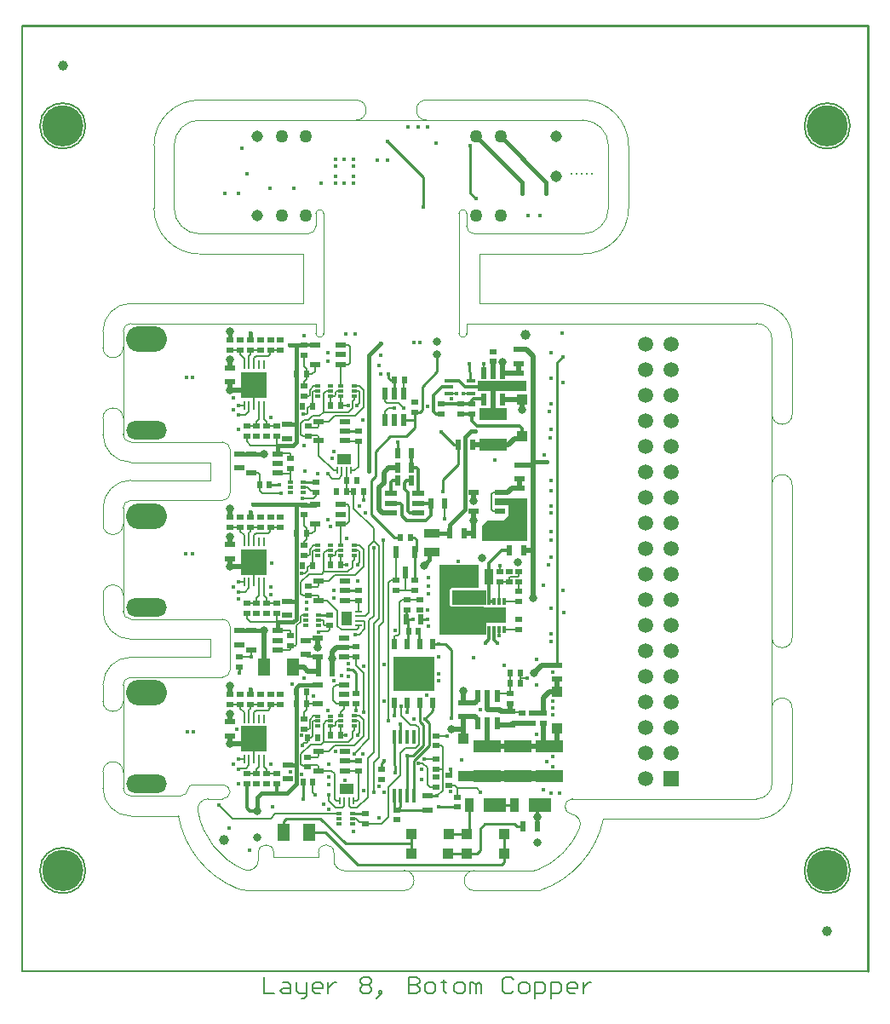
<source format=gbl>
G04*
G04 #@! TF.GenerationSoftware,Altium Limited,Altium Designer,18.1.9 (240)*
G04*
G04 Layer_Physical_Order=8*
G04 Layer_Color=16711935*
%FSLAX25Y25*%
%MOIN*%
G70*
G01*
G75*
%ADD10C,0.01000*%
%ADD13C,0.00118*%
%ADD14C,0.00504*%
%ADD15C,0.00158*%
%ADD16C,0.00787*%
%ADD17R,0.02362X0.03937*%
%ADD18R,0.03740X0.06102*%
%ADD27R,0.02953X0.01968*%
%ADD30R,0.04331X0.04331*%
%ADD44R,0.01968X0.02953*%
%ADD45R,0.03937X0.02362*%
%ADD47R,0.06102X0.03740*%
%ADD48R,0.10630X0.04528*%
%ADD49C,0.00799*%
%ADD86C,0.15787*%
%ADD94C,0.03937*%
%ADD95C,0.00984*%
%ADD96C,0.01181*%
%ADD98C,0.01575*%
%ADD100C,0.00591*%
%ADD102C,0.03937*%
%ADD103C,0.01968*%
%ADD104C,0.01772*%
%ADD110C,0.05000*%
%ADD111R,0.05906X0.05906*%
%ADD112C,0.05906*%
%ADD113C,0.04500*%
%ADD114O,0.16000X0.10000*%
%ADD115O,0.16000X0.07200*%
%ADD116C,0.03150*%
%ADD117C,0.01772*%
%ADD118C,0.01181*%
%ADD122R,0.08661X0.05512*%
%ADD123R,0.03543X0.05512*%
%ADD124R,0.05000X0.07000*%
%ADD125R,0.01181X0.02657*%
%ADD126R,0.09449X0.06496*%
%ADD127R,0.02362X0.04921*%
%ADD128R,0.03347X0.01378*%
%ADD129R,0.05315X0.03937*%
%ADD130R,0.00984X0.02756*%
%ADD131R,0.10433X0.10433*%
%ADD132R,0.00984X0.03347*%
%ADD133R,0.01968X0.01181*%
%ADD134R,0.01968X0.04331*%
%ADD135R,0.16142X0.13780*%
%ADD136R,0.01772X0.05709*%
%ADD137R,0.02756X0.00984*%
%ADD138R,0.03937X0.05315*%
%ADD139R,0.04331X0.04331*%
%ADD140R,0.02362X0.05118*%
%ADD141R,0.04724X0.07087*%
%ADD142R,0.03937X0.02362*%
%ADD143R,0.04921X0.02362*%
%ADD144C,0.01378*%
G36*
X181431Y143077D02*
X168144D01*
Y148667D01*
X181431D01*
Y143077D01*
D02*
G37*
G36*
X178479Y149651D02*
X167750D01*
X167160Y149061D01*
Y142762D01*
X167750Y142171D01*
X179758D01*
X181431Y142073D01*
Y131443D01*
X163223D01*
Y158510D01*
X178479D01*
Y149651D01*
D02*
G37*
G36*
X179735Y168044D02*
Y173732D01*
X181921Y175918D01*
X188250D01*
X190219Y177887D01*
Y181768D01*
X190274Y181824D01*
X184853D01*
Y184580D01*
X197451D01*
Y168044D01*
X179735D01*
D02*
G37*
G36*
X178357Y230557D02*
Y226538D01*
X178374Y226521D01*
X197057D01*
Y230557D01*
X178357D01*
D02*
G37*
D10*
X130621Y61265D02*
X134458D01*
X183558Y138923D02*
X184581D01*
X180644Y136009D02*
X183558Y138923D01*
X180644Y133411D02*
Y136009D01*
X155817Y137315D02*
X158701D01*
X156900Y298510D02*
Y310281D01*
X209262Y119336D02*
Y235163D01*
X150561Y100915D02*
Y104658D01*
X150305Y137315D02*
X152865D01*
X155561Y97132D02*
X156802Y95892D01*
Y87880D02*
Y95892D01*
X153022Y84100D02*
X156802Y87880D01*
X150502Y84100D02*
X153022D01*
X155561Y97132D02*
Y104658D01*
X157392Y98372D02*
X159065Y96699D01*
Y87840D02*
Y96699D01*
X153061Y81836D02*
X159065Y87840D01*
X145778Y77348D02*
Y80065D01*
X109754Y66915D02*
Y73766D01*
X167038Y76266D02*
X167431Y76659D01*
Y78687D01*
X184853Y64514D02*
X192481D01*
X166644Y45754D02*
X173829D01*
X146762Y202309D02*
Y206541D01*
X168863Y205655D02*
X170581D01*
X163942Y210577D02*
X168863Y205655D01*
X150502Y68172D02*
Y84100D01*
X153061Y68172D02*
Y81836D01*
X157392Y98372D02*
X160561Y101541D01*
Y104658D01*
Y127532D02*
X162707D01*
X165535D01*
X167727Y125340D01*
Y98470D02*
Y125340D01*
X140463Y78687D02*
Y81049D01*
X141447Y82033D01*
X162805Y63825D02*
X170187D01*
X155621Y218451D02*
X156605Y219435D01*
X153553Y218451D02*
X155621D01*
X145483Y230852D02*
X145581Y230754D01*
Y225734D02*
Y230754D01*
X149321Y215301D02*
X153455D01*
X151880Y169336D02*
X153357D01*
X154046Y168648D01*
Y164081D02*
Y168648D01*
X153652Y163687D02*
X154046Y164081D01*
X153652Y152506D02*
Y163687D01*
X150305Y140695D02*
X150601Y140990D01*
X150305Y137315D02*
Y140695D01*
X96664Y189809D02*
X100699D01*
X127668Y117565D02*
X129341D01*
X130621Y116285D01*
Y108214D02*
Y116285D01*
X147943Y91400D02*
Y96403D01*
X145561Y99556D02*
Y104658D01*
X145384Y80458D02*
Y91400D01*
X150305Y137315D02*
X150798Y136823D01*
Y132886D02*
Y136823D01*
Y132886D02*
X151093Y132591D01*
X150798Y132296D02*
X151093Y132591D01*
X150798Y127768D02*
Y132296D01*
X150561Y127532D02*
X150798Y127768D01*
X84853Y116187D02*
Y118746D01*
X129046Y61250D02*
X130621D01*
X126264Y81822D02*
X131408D01*
X126264Y148463D02*
X131408D01*
X109853Y190892D02*
X112921D01*
Y190892D02*
X114889D01*
X126264Y210873D02*
X131408D01*
X146664Y62759D02*
X146762Y62660D01*
X146664Y62759D02*
X147943Y64038D01*
X145384D02*
X146664Y62759D01*
X175109Y231148D02*
Y233805D01*
Y231148D02*
X175502Y230754D01*
X145384Y64038D02*
Y68172D01*
X147943Y64038D02*
Y68172D01*
X115990Y138923D02*
X120286D01*
X158573Y68155D02*
X162313D01*
X153553Y212151D02*
Y218451D01*
X150306Y208904D02*
X153553Y212151D01*
X144007Y208904D02*
X150306D01*
X138101Y202998D02*
X144007Y208904D01*
X145384Y169336D02*
X147943D01*
X136526Y178195D02*
Y191581D01*
X138101Y193155D01*
Y202998D01*
X136526Y178195D02*
X145384Y169336D01*
X170581Y198077D02*
Y205655D01*
X164479Y191974D02*
X170581Y198077D01*
X164479Y187348D02*
Y191974D01*
X145384Y80458D02*
X145778Y80065D01*
X174912Y234199D02*
Y237447D01*
X143317Y231581D02*
Y233313D01*
Y231581D02*
X144046Y230852D01*
X145483D01*
X188396Y45754D02*
Y53234D01*
X173829Y45754D02*
X177865D01*
X179046Y46935D01*
Y55179D01*
X181038Y57171D01*
X188396Y45754D02*
Y48903D01*
X181038Y57171D02*
X192589D01*
X193376Y56384D01*
X195975D01*
X166743Y53234D02*
X173829D01*
X174813Y54218D01*
Y62683D02*
Y64514D01*
X142924Y324258D02*
X156900Y310281D01*
X175109Y304120D02*
Y322683D01*
Y304120D02*
X177372Y301856D01*
X156605Y219435D02*
Y228432D01*
X162344Y234171D01*
Y240891D01*
X126021Y126489D02*
X130621D01*
X174813Y54218D02*
Y62683D01*
X146762Y62660D02*
X158573D01*
X174715Y234199D02*
X175109Y233805D01*
X0Y369767D02*
X330709D01*
Y-311D02*
Y369767D01*
D13*
X322854Y39026D02*
G03*
X322854Y39026I-7894J0D01*
G01*
X23642D02*
G03*
X23642Y39026I-7894J0D01*
G01*
Y330365D02*
G03*
X23642Y330365I-7894J0D01*
G01*
X69337Y332640D02*
G03*
X59337Y322640I0J-10000D01*
G01*
X130544Y332640D02*
G03*
X130544Y340514I0J3937D01*
G01*
X158130D02*
G03*
X158130Y332640I0J-3937D01*
G01*
X31501Y243643D02*
G03*
X39375Y243643I3937J0D01*
G01*
Y216057D02*
G03*
X31501Y216057I-3937J0D01*
G01*
X39375Y146837D02*
G03*
X31501Y146837I-3937J0D01*
G01*
Y174423D02*
G03*
X39375Y174423I3937J0D01*
G01*
Y77617D02*
G03*
X31501Y77617I-3937J0D01*
G01*
Y105203D02*
G03*
X39375Y105203I3937J0D01*
G01*
X301229Y189965D02*
G03*
X293355Y189965I-3937J0D01*
G01*
Y217550D02*
G03*
X301229Y217550I3937J0D01*
G01*
Y102560D02*
G03*
X293355Y102560I-3937J0D01*
G01*
Y130145D02*
G03*
X301229Y130145I3937J0D01*
G01*
X176885Y39059D02*
G03*
X176885Y31185I0J-3937D01*
G01*
X149299D02*
G03*
X149299Y39059I0J3937D01*
G01*
X322859Y330398D02*
G03*
X322859Y330398I-7894J0D01*
G01*
X23646D02*
G03*
X23646Y330398I-7894J0D01*
G01*
X293355Y247055D02*
G03*
X287355Y253055I-6000J0D01*
G01*
Y67055D02*
G03*
X293355Y73055I0J6000D01*
G01*
X215337Y67055D02*
G03*
X215093Y67045I0J-3000D01*
G01*
X42375Y253055D02*
G03*
X39375Y250055I0J-3000D01*
G01*
Y209645D02*
G03*
X42375Y206645I3000J0D01*
G01*
X59337Y298140D02*
G03*
X69337Y288140I10000J0D01*
G01*
X111837D02*
G03*
X114837Y291140I0J3000D01*
G01*
X173837Y296140D02*
G03*
X170837Y296140I-1500J0D01*
G01*
X173837Y291140D02*
G03*
X176837Y288140I3000J-0D01*
G01*
X229337Y322640D02*
G03*
X219337Y332640I-10000J0D01*
G01*
X117837Y296140D02*
G03*
X114837Y296140I-1500J0D01*
G01*
X69337Y332640D02*
G03*
X59337Y322640I0J-10000D01*
G01*
X219337Y288140D02*
G03*
X229337Y298140I-0J10000D01*
G01*
X98337Y46055D02*
G03*
X92337Y46055I-3000J0D01*
G01*
X86799Y39362D02*
G03*
X92337Y43055I1539J3692D01*
G01*
X68694Y62439D02*
G03*
X86799Y39362I29643J4615D01*
G01*
X72646Y67055D02*
G03*
X68694Y62439I0J-4000D01*
G01*
X78337Y67055D02*
G03*
X81328Y69825I0J3000D01*
G01*
D02*
G03*
X78337Y72595I-2991J-230D01*
G01*
X170837Y249118D02*
G03*
X173837Y249118I1500J0D01*
G01*
X214932Y67027D02*
G03*
X214921Y61084I405J-2973D01*
G01*
X81337Y134425D02*
G03*
X78337Y137425I-3000J0D01*
G01*
Y183835D02*
G03*
X81337Y186835I0J3000D01*
G01*
X78337Y114615D02*
G03*
X81337Y117615I0J3000D01*
G01*
Y203645D02*
G03*
X78337Y206645I-3000J0D01*
G01*
X200347Y39059D02*
G03*
X201887Y39367I0J4000D01*
G01*
X121837Y43059D02*
G03*
X125837Y39059I4000J0D01*
G01*
X218062Y55595D02*
G03*
X214921Y61084I-3697J1528D01*
G01*
X201887Y39367D02*
G03*
X218062Y55595I-11550J27688D01*
G01*
X121837Y46055D02*
G03*
X115837Y46055I-3000J0D01*
G01*
X114837Y249118D02*
G03*
X117837Y249118I1500J0D01*
G01*
X66809Y72595D02*
G03*
X64854Y70855I0J-1969D01*
G01*
X61875Y68205D02*
G03*
X64854Y70855I0J3000D01*
G01*
X39375Y71205D02*
G03*
X42375Y68205I3000J0D01*
G01*
Y114615D02*
G03*
X39375Y111615I0J-3000D01*
G01*
X42375Y183835D02*
G03*
X39375Y180835I0J-3000D01*
G01*
Y140425D02*
G03*
X42375Y137425I3000J0D01*
G01*
X51463Y298140D02*
G03*
X69337Y280266I17874J0D01*
G01*
Y340514D02*
G03*
X51463Y322640I0J-17874D01*
G01*
X237211D02*
G03*
X219337Y340514I-17874J0D01*
G01*
Y280266D02*
G03*
X237211Y298140I-0J17874D01*
G01*
X42375Y260929D02*
G03*
X31501Y250055I0J-10874D01*
G01*
Y209645D02*
G03*
X42375Y198771I10874J0D01*
G01*
Y191709D02*
G03*
X31501Y180835I0J-10874D01*
G01*
Y140425D02*
G03*
X42375Y129551I10874J0D01*
G01*
Y122489D02*
G03*
X31501Y111615I0J-10874D01*
G01*
Y71205D02*
G03*
X42375Y60331I10874J0D01*
G01*
X61065D02*
G03*
X83770Y32094I37272J6724D01*
G01*
X83770Y32094D02*
G03*
X88650Y31185I4567J10961D01*
G01*
X202494Y31185D02*
G03*
X227384Y59181I-12157J35870D01*
G01*
X287355D02*
G03*
X301229Y73055I0J13874D01*
G01*
Y247055D02*
G03*
X287355Y260929I-13874J0D01*
G01*
X59337Y322640D02*
X59337D01*
X238236Y67055D02*
X287355D01*
X238236Y253055D02*
X287355D01*
X293355Y73055D02*
Y102570D01*
X215337Y67055D02*
X223132D01*
X215093Y253055D02*
X223132D01*
X78214Y72595D02*
X78227D01*
X78214Y114615D02*
X78227D01*
X78214Y137425D02*
X78227D01*
X78214Y183835D02*
X78227D01*
X78214Y206645D02*
X78227D01*
X78214Y253055D02*
X114837D01*
X117837Y251874D02*
Y252679D01*
X170837Y251874D02*
Y252679D01*
X173837Y253055D02*
X215093D01*
X214932Y67027D02*
X215093Y67045D01*
X70871Y114615D02*
X72649D01*
X70871Y72595D02*
X72649D01*
X170837Y292867D02*
Y292873D01*
X117837Y292867D02*
Y292873D01*
X170837Y284827D02*
Y292867D01*
X117837Y284827D02*
Y292867D01*
X72649Y72595D02*
X78214D01*
X72649Y114615D02*
X78214D01*
X70871Y137425D02*
X72649D01*
X70871Y183835D02*
X72649D01*
X70871Y253055D02*
X72649D01*
X70871Y206645D02*
X72649D01*
Y137425D02*
X78214D01*
X72649Y183835D02*
X78214D01*
X170837Y257368D02*
Y262504D01*
X117837Y257368D02*
Y262504D01*
X233133Y67055D02*
X238236D01*
X223132Y253055D02*
X238236D01*
X72649Y206645D02*
X78214D01*
X72649Y253055D02*
X78214D01*
X117837Y252679D02*
Y257368D01*
X170837Y252679D02*
Y257368D01*
Y267194D02*
Y284827D01*
X117837Y267194D02*
Y284827D01*
Y262504D02*
Y267194D01*
X170837Y262504D02*
Y267194D01*
X42375Y253055D02*
X70871D01*
X42375Y206645D02*
X70871D01*
X223132Y67055D02*
X233133D01*
X173837Y291140D02*
Y296140D01*
X170837Y292873D02*
Y296140D01*
X69337Y288140D02*
X111837D01*
X59337Y298140D02*
Y322640D01*
X114837Y291140D02*
Y296140D01*
X117837Y292873D02*
Y296140D01*
X69337Y332641D02*
X130553D01*
X229337Y298140D02*
Y322640D01*
X176837Y288140D02*
X219337D01*
X92337Y43055D02*
Y46055D01*
X72646Y67055D02*
X78337D01*
X78227Y72595D02*
X78337D01*
X78227Y114615D02*
X78337D01*
X170837Y249118D02*
Y251874D01*
X173837Y249118D02*
Y253055D01*
X115837Y44413D02*
Y46055D01*
X98337Y44413D02*
X115837D01*
X98337D02*
Y46055D01*
X78227Y206645D02*
X78337D01*
X78227Y253055D02*
X114837Y253055D01*
X81337Y117615D02*
Y134425D01*
X78227Y137425D02*
X78337D01*
X78227Y183835D02*
X78337D01*
X125837Y39059D02*
X149312D01*
X114837Y249118D02*
Y253055D01*
X81337Y186835D02*
Y203645D01*
X117837Y249118D02*
Y251874D01*
X121837Y43059D02*
Y46055D01*
X42375Y114615D02*
X70871D01*
X66809Y72595D02*
X70871D01*
X42375Y68205D02*
X61875D01*
X39375Y71205D02*
Y77617D01*
X42375Y183835D02*
X70871D01*
X42375Y137425D02*
X70871D01*
X39375Y140425D02*
Y146837D01*
X69337Y280266D02*
X109963D01*
X51463Y298140D02*
Y322640D01*
X69337Y340514D02*
X130544D01*
X237211Y298140D02*
Y322640D01*
X178711Y280266D02*
X219337D01*
X109963Y260929D02*
Y280266D01*
X178711Y260929D02*
Y280266D01*
X42375Y260929D02*
X109963D01*
X31501Y209645D02*
Y216064D01*
X42375Y198771D02*
X73463D01*
Y191709D02*
Y198771D01*
X42375Y191709D02*
X73463D01*
X31501Y140425D02*
Y146844D01*
X42375Y129551D02*
X73463D01*
Y122489D02*
Y129551D01*
X42375Y122489D02*
X73463D01*
X31501Y71205D02*
Y77624D01*
X42375Y60331D02*
X61065D01*
X88024Y31185D02*
X149299D01*
X227384Y59181D02*
X287355D01*
X301229Y73055D02*
Y102560D01*
X178711Y260929D02*
X287355D01*
X117837Y262504D02*
Y267194D01*
X293355Y217540D02*
Y247055D01*
Y130135D02*
Y189975D01*
X176872Y39059D02*
X200347D01*
X31501Y105196D02*
Y111615D01*
Y174416D02*
Y180835D01*
Y243636D02*
Y250055D01*
X158121Y332641D02*
X219337D01*
X39375Y174423D02*
Y180835D01*
Y243643D02*
Y250055D01*
Y105203D02*
Y111615D01*
X176885Y31185D02*
X202494D01*
X158130Y340514D02*
X219337D01*
X301229Y217550D02*
Y247055D01*
Y130145D02*
Y189965D01*
X39375Y209645D02*
Y216057D01*
D14*
X0Y-312D02*
X330709D01*
X0Y-311D02*
Y369768D01*
D15*
X215337Y67055D02*
G03*
X215093Y67045I0J-3000D01*
G01*
X218062Y55595D02*
G03*
X214921Y61084I-3697J1528D01*
G01*
X201887Y39367D02*
G03*
X218062Y55595I-11550J27688D01*
G01*
X200347Y39059D02*
G03*
X201887Y39367I0J4000D01*
G01*
X121837Y43059D02*
G03*
X125837Y39059I4000J0D01*
G01*
X121837Y46055D02*
G03*
X115837Y46055I-3000J0D01*
G01*
X98337D02*
G03*
X92337Y46055I-3000J0D01*
G01*
X86799Y39362D02*
G03*
X92337Y43055I1539J3692D01*
G01*
X68694Y62439D02*
G03*
X86799Y39362I29643J4615D01*
G01*
X72646Y67055D02*
G03*
X68694Y62439I0J-4000D01*
G01*
X78337Y67055D02*
G03*
X81328Y69825I0J3000D01*
G01*
D02*
G03*
X78337Y72595I-2991J-230D01*
G01*
Y114615D02*
G03*
X81337Y117615I0J3000D01*
G01*
Y134425D02*
G03*
X78337Y137425I-3000J0D01*
G01*
Y183835D02*
G03*
X81337Y186835I0J3000D01*
G01*
Y203645D02*
G03*
X78337Y206645I-3000J0D01*
G01*
X114837Y249118D02*
G03*
X117837Y249118I1500J0D01*
G01*
X170837D02*
G03*
X173837Y249118I1500J0D01*
G01*
X215093Y67045D02*
G03*
X214921Y61084I244J-2990D01*
G01*
X39375Y71205D02*
G03*
X42375Y68205I3000J0D01*
G01*
Y114615D02*
G03*
X39375Y111615I0J-3000D01*
G01*
X66809Y72595D02*
G03*
X64854Y70855I0J-1969D01*
G01*
X61875Y68205D02*
G03*
X64854Y70855I0J3000D01*
G01*
X117837Y296140D02*
G03*
X114837Y296140I-1500J0D01*
G01*
X111837Y288140D02*
G03*
X114837Y291140I0J3000D01*
G01*
X229337Y322640D02*
G03*
X219337Y332640I-10000J0D01*
G01*
X173837Y291140D02*
G03*
X176837Y288140I3000J0D01*
G01*
X173837Y296140D02*
G03*
X170837Y296140I-1500J0D01*
G01*
X59337Y298140D02*
G03*
X69337Y288140I10000J0D01*
G01*
Y332640D02*
G03*
X59337Y322640I0J-10000D01*
G01*
X219337Y288140D02*
G03*
X229337Y298140I0J10000D01*
G01*
X42375Y183835D02*
G03*
X39375Y180835I0J-3000D01*
G01*
Y140425D02*
G03*
X42375Y137425I3000J0D01*
G01*
X39375Y209645D02*
G03*
X42375Y206645I3000J0D01*
G01*
Y253055D02*
G03*
X39375Y250055I0J-3000D01*
G01*
X293355Y247055D02*
G03*
X287355Y253055I-6000J0D01*
G01*
Y67055D02*
G03*
X293355Y73055I0J6000D01*
G01*
X215337Y67055D02*
X223132D01*
X215093Y253055D02*
X223132D01*
X125837Y39059D02*
X200347D01*
X121837Y43059D02*
Y46055D01*
X115837Y44413D02*
Y46055D01*
X98337Y44413D02*
X115837D01*
X98337D02*
Y46055D01*
X92337Y43055D02*
Y46055D01*
X72646Y67055D02*
X78337D01*
X78214Y72595D02*
X78337D01*
X78214Y114615D02*
X78337D01*
X81337Y117615D02*
Y134425D01*
X78214Y137425D02*
X78337D01*
X78214Y183835D02*
X78337D01*
X81337Y186835D02*
Y203645D01*
X78214Y206645D02*
X78337D01*
X78214Y253055D02*
X114837D01*
Y249118D02*
Y253055D01*
X117837Y249118D02*
Y252679D01*
X170837Y249118D02*
Y252679D01*
X173837Y249118D02*
Y253055D01*
X215093D01*
X42375Y68205D02*
X61875D01*
X39375Y71205D02*
Y111615D01*
X42375Y114615D02*
X72649D01*
X66809Y72595D02*
X72649D01*
X114837Y291140D02*
Y296140D01*
X69337Y288140D02*
X111837D01*
X69337Y332640D02*
X219337D01*
X229337Y298140D02*
Y322640D01*
X173837Y291140D02*
Y296140D01*
X170837Y292867D02*
Y296140D01*
X59337Y298140D02*
Y322640D01*
X117837Y292867D02*
Y296140D01*
X176837Y288140D02*
X219337D01*
X42375Y183835D02*
X72649D01*
X39375Y140425D02*
Y180835D01*
X42375Y137425D02*
X72649D01*
X42375Y253055D02*
X72649D01*
X42375Y206645D02*
X72649D01*
Y137425D02*
X78214D01*
X72649Y183835D02*
X78214D01*
X170837Y252679D02*
Y257368D01*
X117837Y252679D02*
Y257368D01*
X72649Y206645D02*
X78214D01*
X72649Y253055D02*
X78214D01*
X72649Y72595D02*
X78214D01*
X72649Y114615D02*
X78214D01*
X170837Y257368D02*
Y262504D01*
X117837Y257368D02*
Y262504D01*
X170837Y284827D02*
Y292867D01*
X117837Y284827D02*
Y292867D01*
X170837Y267194D02*
Y284827D01*
X117837Y267194D02*
Y284827D01*
X293355Y73055D02*
Y247055D01*
X223132Y253055D02*
X287355D01*
X223132Y67055D02*
X287355D01*
X117837Y262504D02*
Y267194D01*
X170837Y262504D02*
Y267194D01*
X39375Y209645D02*
Y250055D01*
D16*
X110148Y244533D02*
X110172Y244558D01*
X107180Y244533D02*
X107195D01*
X107156Y244558D02*
X107180Y244533D01*
X111132Y104163D02*
Y108805D01*
X137412Y135675D02*
X139380Y137644D01*
X137412Y85281D02*
Y135675D01*
X135247Y83116D02*
X137412Y85281D01*
X139458Y134572D02*
X141152Y136266D01*
X139458Y83263D02*
Y134572D01*
X137510Y81315D02*
X139458Y83263D01*
X148042Y99789D02*
Y103234D01*
Y99789D02*
X151739Y96092D01*
X143219Y71640D02*
X147943Y76364D01*
Y85084D01*
X149754Y86896D01*
X153750D01*
X155227Y88372D01*
Y94868D01*
X154002Y96092D02*
X155227Y94868D01*
X151739Y96092D02*
X154002D01*
X169163Y72329D02*
X170187Y71305D01*
X167038Y72329D02*
X169163D01*
X170187Y67762D02*
Y71305D01*
X177767D01*
X179341Y69730D01*
X127643Y244558D02*
X128258Y243943D01*
Y237693D02*
Y243943D01*
X127643Y237077D02*
X128258Y237693D01*
X158376Y72781D02*
Y79179D01*
X159459Y71699D02*
X161920D01*
X156605Y80951D02*
X158376Y79179D01*
Y72781D02*
X159459Y71699D01*
X155030Y80951D02*
X156605D01*
X125010Y158707D02*
X126880D01*
X124617Y221010D02*
X127372D01*
X194794Y114366D02*
X197500D01*
X194794D02*
Y116384D01*
Y112348D02*
Y114366D01*
X165266Y176522D02*
Y182722D01*
X143317Y97584D02*
Y151718D01*
X144105Y152506D01*
X141152Y136266D02*
Y168155D01*
X139380Y137644D02*
Y166081D01*
X113691Y69533D02*
X114479Y68746D01*
X113691Y69533D02*
Y73766D01*
X164479Y70321D02*
Y87151D01*
X163790Y87840D02*
X164479Y87151D01*
X161920Y87840D02*
X163790D01*
X149321Y230754D02*
X149420Y230852D01*
X149321Y225734D02*
Y230754D01*
X149912Y148569D02*
Y155695D01*
Y148569D02*
X153652D01*
X146172D02*
X149912D01*
X146172Y152506D02*
Y163687D01*
X144105Y152506D02*
X146172D01*
X147550Y131738D02*
Y143943D01*
X148534Y144927D01*
X150601D01*
X155621D01*
X146861Y131049D02*
X147550Y131738D01*
X145975Y131049D02*
X146861D01*
X145561Y130636D02*
X145975Y131049D01*
X145561Y127532D02*
Y130636D01*
X93711Y186758D02*
X101290D01*
X92727Y187742D02*
X93711Y186758D01*
X92727Y187742D02*
Y189809D01*
Y193943D01*
X92137Y194533D02*
X92727Y193943D01*
X89676Y194533D02*
X92137D01*
X133573Y184100D02*
Y187348D01*
X109476Y184789D02*
X114005D01*
X114889Y185673D01*
Y186955D01*
X109262Y155458D02*
X110648D01*
X111624Y156435D01*
Y157624D01*
X112305Y158305D01*
X113593D01*
X115955Y132624D02*
X119687D01*
X120286Y133222D01*
Y134986D01*
X134164Y57329D02*
X134458D01*
X134458Y57328D01*
X133573Y101112D02*
Y116187D01*
X130621Y119140D02*
X133573Y116187D01*
X130621Y119140D02*
Y122552D01*
X130030Y121961D02*
X130621Y122552D01*
X122943Y104188D02*
X125913D01*
X121664Y105467D02*
X122943Y104188D01*
X121664Y105467D02*
Y110478D01*
X122854Y111668D01*
X125913D01*
X137510Y69533D02*
Y81315D01*
X135247Y67762D02*
Y83116D01*
X127159Y182148D02*
X127865Y181443D01*
Y175537D02*
Y181443D01*
X126995Y174668D02*
X127865Y175537D01*
X124633Y174668D02*
X126995D01*
X124633Y182148D02*
X127159D01*
X133499Y91605D02*
Y97839D01*
X129735Y87840D02*
X133499Y91605D01*
X122073Y87840D02*
X129735D01*
X131408Y66991D02*
Y77885D01*
X131014Y63529D02*
X131014D01*
X128553D02*
X131014D01*
X120679Y221010D02*
Y224553D01*
Y220321D02*
Y221010D01*
Y92073D02*
Y95502D01*
Y91269D02*
Y92073D01*
X124617Y221010D02*
Y224608D01*
Y220321D02*
Y221010D01*
Y92073D02*
Y95557D01*
Y91269D02*
Y92073D01*
X120679Y158707D02*
Y162144D01*
Y157911D02*
Y158707D01*
X120991Y78081D02*
X122254Y76817D01*
X116027Y78081D02*
X120991D01*
X122254Y66966D02*
Y76817D01*
X116027Y201367D02*
Y207132D01*
X117924Y218451D02*
X127668D01*
X129181Y219964D01*
Y222621D01*
X129778Y223219D01*
Y224651D01*
X130128Y216974D02*
X133499Y220345D01*
X122156Y216974D02*
X130128D01*
X119794Y214612D02*
X122156Y216974D01*
X118793Y226620D02*
X120581D01*
X117924Y225751D02*
X118793Y226620D01*
X117924Y218451D02*
Y225751D01*
X130136Y154573D02*
X133499Y157936D01*
X122156Y154573D02*
X130136D01*
X119786Y152203D02*
X122156Y154573D01*
X116027Y152203D02*
X119786D01*
X118022Y155911D02*
Y163136D01*
X119097Y164210D01*
X120581D01*
X112101Y154966D02*
X117077D01*
X108967Y151833D02*
X112101Y154966D01*
X117077D02*
X118022Y155911D01*
X127235D01*
X129046Y157722D01*
Y159986D01*
X129778Y160719D01*
Y162242D01*
X124617Y158707D02*
Y162198D01*
X125913Y102227D02*
Y104188D01*
X124660Y100975D02*
X125913Y102227D01*
X124660Y99537D02*
Y100975D01*
X118991Y97470D02*
X120679D01*
X117924Y96403D02*
X118991Y97470D01*
X117924Y89317D02*
Y96403D01*
Y89317D02*
X127471D01*
X117022Y88415D02*
X117924Y89317D01*
X127471D02*
X129243Y91088D01*
Y93451D01*
X129778Y93986D01*
Y95600D01*
X119794Y85561D02*
X122073Y87840D01*
X95581Y76915D02*
X99518D01*
X95581D02*
Y78769D01*
X94597Y79754D02*
X95581Y78769D01*
X87707Y76915D02*
X91644D01*
Y78770D01*
X92628Y79754D01*
X131998Y57821D02*
X133966D01*
X130538Y59281D02*
X131998Y57821D01*
X129046Y59281D02*
X130538D01*
X112805Y187545D02*
X114299D01*
X111427Y188923D02*
X112805Y187545D01*
X109853Y188923D02*
X111427D01*
X114299Y187545D02*
X114889Y186955D01*
X104833Y190990D02*
Y194336D01*
Y196305D01*
X100108Y194336D02*
X104833D01*
X122550Y63529D02*
X125305D01*
X119892Y66187D02*
X122550Y63529D01*
X119892Y66187D02*
Y68746D01*
X125305Y63529D02*
X125995Y64218D01*
Y66414D01*
X92628Y79754D02*
Y82608D01*
X122254Y66966D02*
X122807Y66414D01*
X124223D01*
X131014Y63529D02*
X131998Y64514D01*
X113593Y157526D02*
Y158305D01*
X185739Y107132D02*
X186821Y108214D01*
X191349Y100832D02*
X195187D01*
X186821Y108214D02*
X190857D01*
Y101325D02*
X191349Y100832D01*
X195187D02*
X195384Y100636D01*
X108967Y147281D02*
Y151833D01*
X84459Y147970D02*
X87117D01*
X92628Y146502D02*
Y151907D01*
X91644Y145518D02*
X92628Y146502D01*
X91644Y143641D02*
Y145518D01*
X95581Y143641D02*
Y145616D01*
X94597Y146600D02*
X95581Y145616D01*
X94597Y146600D02*
Y151907D01*
X92628Y215695D02*
Y221108D01*
X91644Y214710D02*
X92628Y215695D01*
X91644Y212841D02*
Y214710D01*
X95581Y212841D02*
Y214710D01*
X94597Y215695D02*
X95581Y214710D01*
X94597Y215695D02*
Y221108D01*
X84459Y217171D02*
X87117D01*
X88691Y218745D01*
Y221108D01*
X104439Y125136D02*
X104833Y125529D01*
Y127104D01*
X116027Y144722D02*
X119113D01*
X89676Y194533D02*
X89676Y194533D01*
Y122675D02*
Y125332D01*
X89668Y122683D02*
X89676Y122675D01*
X84853Y122683D02*
X89668D01*
X121929Y195465D02*
X123239D01*
X128553D02*
X129846D01*
X126263Y207132D02*
X126459Y206936D01*
X116027Y201367D02*
X121929Y195465D01*
X129846D02*
X131408Y197027D01*
Y206936D01*
Y140293D02*
Y144526D01*
X129538Y66414D02*
X130831D01*
X131408Y66991D01*
X89183Y102392D02*
Y104065D01*
X88691Y101900D02*
X89183Y102392D01*
X88691Y98356D02*
Y101900D01*
X81318Y104065D02*
X85246D01*
Y102392D02*
Y104065D01*
Y102392D02*
X86723Y100915D01*
X96197Y101728D02*
X96961Y102492D01*
X91374Y101728D02*
X96197D01*
X111132Y102096D02*
Y104163D01*
X112376Y94684D02*
Y97908D01*
X111930Y94238D02*
X112376Y94684D01*
Y97908D02*
X114005Y99537D01*
X115463D01*
X113987Y97569D02*
X115463D01*
X113593Y97175D02*
X113987Y97569D01*
X110148Y101112D02*
X111132Y102096D01*
X108967Y80640D02*
X109754Y79852D01*
X111051D01*
X90660Y82608D02*
Y86545D01*
X88101Y93041D02*
X90660Y90482D01*
X126263Y78081D02*
X126459Y77885D01*
X131408D01*
X131802Y99537D02*
X133499Y97839D01*
X129778Y99537D02*
X131802D01*
X131900Y92943D02*
Y97077D01*
X131408Y97569D02*
X131900Y97077D01*
X124688Y78081D02*
X126263D01*
X122156Y95600D02*
X122648Y96092D01*
Y97077D01*
X123140Y97569D01*
X124660D01*
X124617Y95557D02*
X124660Y95600D01*
X120581Y95600D02*
X120679Y95502D01*
X116027Y85561D02*
X119794D01*
X115578Y83395D02*
X116027Y83845D01*
Y85561D01*
X115578Y80147D02*
X116027Y79698D01*
Y78081D02*
Y79698D01*
X129778Y97569D02*
X131408D01*
X90660Y98356D02*
Y101014D01*
X94597Y79754D02*
Y82608D01*
X90660Y101014D02*
X91374Y101728D01*
X86723Y98356D02*
Y100915D01*
X88691Y80246D02*
Y82608D01*
X87511Y79065D02*
X88691Y80246D01*
X111051Y83789D02*
X111445Y83395D01*
X91644Y212841D02*
Y212841D01*
X91645D01*
X87707D02*
X91644D01*
Y143640D02*
Y143641D01*
X91645D01*
X87707D02*
X91644D01*
X110148Y166851D02*
Y167754D01*
X87117Y147970D02*
X88691Y149545D01*
Y151907D01*
X84459D02*
X86723D01*
Y167655D02*
Y170214D01*
X90660Y170313D02*
X91374Y171027D01*
X95582Y143641D02*
X99519D01*
X90660Y167655D02*
Y170313D01*
X124633Y166206D02*
Y174668D01*
X129778Y164210D02*
X131408D01*
X116027Y144722D02*
Y146340D01*
X115578Y146789D02*
X116027Y146340D01*
X111051Y146494D02*
X111346Y146789D01*
X116027Y150486D02*
Y152203D01*
X115578Y150037D02*
X116027Y150486D01*
X99912Y125332D02*
X100108Y125136D01*
X104439D01*
X104833Y131041D02*
Y132616D01*
X104439Y133010D02*
X104833Y132616D01*
X100109Y133010D02*
X104439D01*
X99912Y132812D02*
X100109Y133010D01*
X120581Y162242D02*
X120679Y162144D01*
X124617Y162198D02*
X124660Y162242D01*
X123140Y164210D02*
X124660D01*
X122648Y163718D02*
X123140Y164210D01*
X122648Y162734D02*
Y163718D01*
X122156Y162242D02*
X122648Y162734D01*
X120581Y162242D02*
X122156D01*
X124688Y144722D02*
X126263D01*
X131408Y164210D02*
X131900Y163718D01*
Y159584D02*
Y163718D01*
X129778Y166179D02*
X131802D01*
X133499Y164481D01*
Y157936D02*
Y164481D01*
X126459Y144527D02*
X131408D01*
X126263Y144722D02*
X126459Y144527D01*
X88101Y162340D02*
X90660Y159781D01*
Y151907D02*
Y155844D01*
X109754Y146494D02*
X111051D01*
X108967Y147281D02*
X109754Y146494D01*
X89282Y136159D02*
X99912D01*
X87707Y137734D02*
X89282Y136159D01*
X87707Y137734D02*
Y139704D01*
X110148Y167754D02*
X111132Y168738D01*
X113593Y158305D02*
Y163817D01*
X113987Y164210D01*
X115463D01*
X109476Y162242D02*
X110148D01*
X111930D01*
X114005Y166179D02*
X115463D01*
X112376Y164550D02*
X114005Y166179D01*
X111930Y162242D02*
X112376Y162688D01*
Y164550D01*
X111132Y168738D02*
Y170805D01*
X110149Y173994D02*
X111132Y173010D01*
Y170805D02*
Y173010D01*
X110149Y173994D02*
Y178187D01*
X111132Y170805D02*
X113298D01*
X114397Y171905D01*
Y174668D01*
X91374Y171027D02*
X96197D01*
X96961Y171791D01*
X85246Y171691D02*
X86723Y170214D01*
X85246Y171691D02*
Y173365D01*
X81318D02*
X85246D01*
X99519Y136552D02*
X99912Y136159D01*
X99519Y136552D02*
Y139704D01*
X88691Y167655D02*
Y171199D01*
X89183Y171691D01*
Y173364D01*
Y240892D02*
Y242565D01*
X88691Y240400D02*
X89183Y240892D01*
X88691Y236856D02*
Y240400D01*
X99519Y205753D02*
Y208904D01*
Y205753D02*
X99912Y205360D01*
X81318Y242565D02*
X85246D01*
Y240892D02*
Y242565D01*
Y240892D02*
X86723Y239415D01*
X96197Y240228D02*
X96961Y240992D01*
X91374Y240228D02*
X96197D01*
X114397Y234314D02*
Y237077D01*
X113298Y233214D02*
X114397Y234314D01*
X111132Y233214D02*
X113298D01*
X110149Y236403D02*
Y240596D01*
X111132Y233214D02*
Y235419D01*
X110149Y236403D02*
X111132Y235419D01*
Y231148D02*
Y233214D01*
X112376Y225097D02*
Y226960D01*
X111930Y224651D02*
X112376Y225097D01*
Y226960D02*
X114005Y228588D01*
X115463D01*
X110148Y224651D02*
X111930D01*
X109476D02*
X110148D01*
X113987Y226620D02*
X115463D01*
X113593Y226226D02*
X113987Y226620D01*
X110148Y230163D02*
X111132Y231148D01*
X87707Y206934D02*
Y208904D01*
Y206934D02*
X89282Y205360D01*
X99912D01*
X108967Y209691D02*
X109754Y208903D01*
X111051D01*
X90660Y221108D02*
Y225045D01*
X126459Y206936D02*
X131408D01*
X130916Y221010D02*
X131900Y221994D01*
X133499Y220345D02*
Y226891D01*
X131802Y228589D02*
X133499Y226891D01*
X129778Y228589D02*
X131802D01*
X131900Y221994D02*
Y226128D01*
X131408Y226620D02*
X131900Y226128D01*
X124688Y207132D02*
X126263D01*
X120581Y224651D02*
X122156D01*
X122648Y225144D01*
Y226128D01*
X123140Y226620D01*
X124660D01*
X124617Y224608D02*
X124660Y224651D01*
X120581Y224651D02*
X120679Y224553D01*
X116027Y214612D02*
X119794D01*
X99912Y202013D02*
X100109Y202210D01*
X104439D01*
X104833Y201817D01*
Y200242D02*
Y201817D01*
X99912Y194533D02*
X100108Y194336D01*
X115578Y212447D02*
X116027Y212896D01*
Y214612D01*
X111051Y208903D02*
X111346Y209199D01*
X115578D02*
X116027Y208750D01*
Y207132D02*
Y208750D01*
X129778Y226620D02*
X131408D01*
X124633Y228615D02*
Y237077D01*
X90660Y236856D02*
Y239514D01*
X95582Y212841D02*
X99519D01*
X90660Y239514D02*
X91374Y240228D01*
X86723Y236856D02*
Y239415D01*
X110148Y229260D02*
Y230163D01*
X124633Y244558D02*
X127643D01*
X124633Y237077D02*
X127643D01*
X84460Y82608D02*
X86723D01*
X180424Y233707D02*
Y237447D01*
X183376Y186147D02*
X184172Y186942D01*
X186920D01*
X184164Y179462D02*
X186920D01*
X183376Y180249D02*
X184164Y179462D01*
X183376Y180249D02*
Y186147D01*
X186550Y130951D02*
Y133411D01*
Y144435D02*
Y151734D01*
X186829Y152014D01*
X190471D01*
X188518Y133411D02*
X194211D01*
X194113Y154376D02*
Y155951D01*
X193719Y153982D02*
X194113Y154376D01*
X190766Y153982D02*
X193719D01*
X190471Y153687D02*
X190766Y153982D01*
X190471Y152014D02*
Y153687D01*
X194113Y148372D02*
Y152014D01*
X188518Y144435D02*
X194113D01*
X186829Y155951D02*
Y158214D01*
X109361Y138923D02*
X110872D01*
X106892Y127104D02*
X107294Y127506D01*
X104833Y127104D02*
X106892D01*
X115990Y136955D02*
X117530D01*
X117825Y136659D01*
Y135380D02*
Y136659D01*
Y135380D02*
X118219Y134986D01*
X120286D01*
X123239Y134781D02*
Y140596D01*
X119113Y144722D02*
X123239Y140596D01*
Y134781D02*
X124707Y133313D01*
X130817D01*
X131408Y133903D01*
Y134978D01*
X110935Y129120D02*
X111428Y129612D01*
X115168D01*
X127766Y64317D02*
Y66414D01*
Y64317D02*
X128553Y63529D01*
X131408Y136749D02*
X133385D01*
X133869Y136266D01*
X129636Y187348D02*
X129636Y187348D01*
X126880Y187348D02*
X129636D01*
X130227Y131443D02*
X131802D01*
X133869Y133510D01*
Y136266D01*
X108770Y138332D02*
X109361Y138923D01*
X107294Y127506D02*
Y134888D01*
X108770Y136364D01*
Y138332D01*
X131014Y63529D02*
X135247Y67762D01*
X108967Y209691D02*
Y214103D01*
X110165Y215301D01*
X111920D01*
X113495Y216876D01*
X116349D01*
X117924Y218451D01*
X112215Y220714D02*
X113540D01*
X111571Y220071D02*
X112215Y220714D01*
X109754Y217565D02*
X111051D01*
X111571Y218085D01*
Y220071D01*
X162313Y68155D02*
X164479Y70321D01*
X131408Y138521D02*
X134155D01*
X129636Y180754D02*
Y187348D01*
X137412Y168049D02*
Y172978D01*
X129636Y180754D02*
X137412Y172978D01*
Y168049D02*
X139380Y166081D01*
X134155Y138521D02*
X135443Y139809D01*
Y166081D01*
X137412Y168049D01*
X111624Y91088D02*
X113002D01*
X113593Y91679D01*
Y97175D01*
X108967Y80640D02*
Y84592D01*
X112790Y88415D01*
X117022D01*
X111624Y89317D02*
Y91088D01*
X109459Y87939D02*
X110345Y88825D01*
X111132D01*
X111624Y89317D01*
X161329Y78687D02*
X161920D01*
X164479D01*
X84460Y221108D02*
X86723D01*
X88101Y231541D02*
X90660Y228982D01*
X110148Y94238D02*
X111930D01*
X124617Y92073D02*
X126585D01*
X126634Y92023D01*
X157211Y82624D02*
X161920D01*
X141841Y215301D02*
Y218648D01*
X143317Y220124D01*
X145679D01*
X161920Y91777D02*
X166349D01*
X141841Y222781D02*
X142530Y222092D01*
X141841Y222781D02*
Y225734D01*
X147201Y222092D02*
X149223Y220071D01*
X142530Y222092D02*
X147201D01*
X129735Y84691D02*
X135640Y90596D01*
Y136856D01*
X137412Y138628D01*
Y165203D01*
X134458Y57329D02*
X140424D01*
X143219Y60124D01*
Y71640D01*
X99032Y61250D02*
X123927D01*
X76782Y64651D02*
X82059Y59374D01*
X97156D01*
X99032Y61250D01*
X119400Y194413D02*
X121369Y192445D01*
X123927D01*
X125010Y193527D01*
Y195465D01*
X89479Y242565D02*
X93416D01*
X133966Y57821D02*
X134458Y57329D01*
X89479Y104065D02*
X93416D01*
X115168Y129612D02*
X115660Y130104D01*
X96961Y240992D02*
Y242582D01*
X100995D01*
X96961Y102492D02*
Y104082D01*
X100995D01*
X125896Y122624D02*
X130548D01*
X120581Y95600D02*
X122156D01*
X111051Y150431D02*
X111445Y150037D01*
X115578D01*
X84459Y79065D02*
X87511D01*
X111346Y146789D02*
X115578D01*
X111051Y212840D02*
X111445Y212447D01*
X115578D01*
X111445Y83395D02*
X115578D01*
X109476Y228588D02*
X110148Y229260D01*
Y98175D02*
Y101112D01*
X111132Y104163D02*
X115677D01*
X131067Y158752D02*
X131900Y159584D01*
X126782Y187447D02*
Y195465D01*
X111346Y209199D02*
X115578D01*
X111051Y79852D02*
X111346Y80147D01*
X115578D01*
X89479Y173365D02*
X93416D01*
X113593Y220714D02*
Y226226D01*
X190857Y108214D02*
Y116384D01*
X131071Y92114D02*
X131900Y92943D01*
X109476Y166179D02*
X110148Y166851D01*
X96961Y171791D02*
Y173381D01*
X100995D01*
X94500Y-2703D02*
Y-9000D01*
X98698D01*
X101847Y-4802D02*
X103946D01*
X104995Y-5851D01*
Y-9000D01*
X101847D01*
X100797Y-7950D01*
X101847Y-6901D01*
X104995D01*
X107094Y-4802D02*
Y-7950D01*
X108144Y-9000D01*
X111293D01*
Y-10050D01*
X110243Y-11099D01*
X109193D01*
X111293Y-9000D02*
Y-4802D01*
X116540Y-9000D02*
X114441D01*
X113391Y-7950D01*
Y-5851D01*
X114441Y-4802D01*
X116540D01*
X117590Y-5851D01*
Y-6901D01*
X113391D01*
X119689Y-4802D02*
Y-9000D01*
Y-6901D01*
X120738Y-5851D01*
X121788Y-4802D01*
X122837D01*
X132283Y-3752D02*
X133333Y-2703D01*
X135432D01*
X136481Y-3752D01*
Y-4802D01*
X135432Y-5851D01*
X136481Y-6901D01*
Y-7950D01*
X135432Y-9000D01*
X133333D01*
X132283Y-7950D01*
Y-6901D01*
X133333Y-5851D01*
X132283Y-4802D01*
Y-3752D01*
X133333Y-5851D02*
X135432D01*
X139630Y-10050D02*
X140679Y-9000D01*
Y-7950D01*
X139630D01*
Y-9000D01*
X140679D01*
X139630Y-10050D01*
X138580Y-11099D01*
X151174Y-2703D02*
Y-9000D01*
X154323D01*
X155373Y-7950D01*
Y-6901D01*
X154323Y-5851D01*
X151174D01*
X154323D01*
X155373Y-4802D01*
Y-3752D01*
X154323Y-2703D01*
X151174D01*
X158521Y-9000D02*
X160620D01*
X161670Y-7950D01*
Y-5851D01*
X160620Y-4802D01*
X158521D01*
X157472Y-5851D01*
Y-7950D01*
X158521Y-9000D01*
X164818Y-3752D02*
Y-4802D01*
X163769D01*
X165868D01*
X164818D01*
Y-7950D01*
X165868Y-9000D01*
X170066D02*
X172165D01*
X173215Y-7950D01*
Y-5851D01*
X172165Y-4802D01*
X170066D01*
X169017Y-5851D01*
Y-7950D01*
X170066Y-9000D01*
X175314D02*
Y-4802D01*
X176363D01*
X177413Y-5851D01*
Y-9000D01*
Y-5851D01*
X178462Y-4802D01*
X179512Y-5851D01*
Y-9000D01*
X192106Y-3752D02*
X191057Y-2703D01*
X188958D01*
X187908Y-3752D01*
Y-7950D01*
X188958Y-9000D01*
X191057D01*
X192106Y-7950D01*
X195255Y-9000D02*
X197354D01*
X198403Y-7950D01*
Y-5851D01*
X197354Y-4802D01*
X195255D01*
X194205Y-5851D01*
Y-7950D01*
X195255Y-9000D01*
X200502Y-11099D02*
Y-4802D01*
X203651D01*
X204700Y-5851D01*
Y-7950D01*
X203651Y-9000D01*
X200502D01*
X206800Y-11099D02*
Y-4802D01*
X209948D01*
X210998Y-5851D01*
Y-7950D01*
X209948Y-9000D01*
X206800D01*
X216245D02*
X214146D01*
X213097Y-7950D01*
Y-5851D01*
X214146Y-4802D01*
X216245D01*
X217295Y-5851D01*
Y-6901D01*
X213097D01*
X219394Y-4802D02*
Y-9000D01*
Y-6901D01*
X220443Y-5851D01*
X221493Y-4802D01*
X222543D01*
D17*
X159754Y182722D02*
D03*
X165266D02*
D03*
X152274Y191532D02*
D03*
X146762D02*
D03*
Y196502D02*
D03*
X152274D02*
D03*
X146762Y202309D02*
D03*
X152274D02*
D03*
X170581Y205655D02*
D03*
X176093D02*
D03*
X201487Y56384D02*
D03*
X195975D02*
D03*
X121270Y117014D02*
D03*
X115758D02*
D03*
X190660Y164317D02*
D03*
X196172D02*
D03*
X182195Y170899D02*
D03*
X176683D02*
D03*
X167235Y170813D02*
D03*
X172747D02*
D03*
X150305Y137315D02*
D03*
X155817D02*
D03*
D18*
X175510Y154081D02*
D03*
X182597D02*
D03*
D27*
X81318Y246502D02*
D03*
Y242565D02*
D03*
X85246Y242565D02*
D03*
Y246502D02*
D03*
X89183Y242565D02*
D03*
Y246502D02*
D03*
X93120D02*
D03*
Y242565D02*
D03*
X97057Y246502D02*
D03*
Y242565D02*
D03*
X100995D02*
D03*
Y246502D02*
D03*
X110148Y240596D02*
D03*
Y244533D02*
D03*
Y224651D02*
D03*
Y228588D02*
D03*
X87707Y208904D02*
D03*
Y212841D02*
D03*
X91645D02*
D03*
Y208904D02*
D03*
X95582Y212841D02*
D03*
Y208904D02*
D03*
X99519Y212841D02*
D03*
Y208904D02*
D03*
X104833Y196305D02*
D03*
Y200242D02*
D03*
X81318Y177302D02*
D03*
Y173365D02*
D03*
X85246D02*
D03*
Y177302D02*
D03*
X89183Y173364D02*
D03*
Y177301D02*
D03*
X93120Y177309D02*
D03*
Y173372D02*
D03*
X97057D02*
D03*
Y177309D02*
D03*
X100995D02*
D03*
Y173372D02*
D03*
X110149Y178187D02*
D03*
Y182124D02*
D03*
X110148Y162242D02*
D03*
Y166179D02*
D03*
X111723Y150439D02*
D03*
Y146502D02*
D03*
X87707Y139704D02*
D03*
Y143641D02*
D03*
X91645D02*
D03*
Y139704D02*
D03*
X95582Y143641D02*
D03*
Y139704D02*
D03*
X99519Y143641D02*
D03*
Y139704D02*
D03*
X104833Y127104D02*
D03*
Y131041D02*
D03*
X84853Y118746D02*
D03*
Y122683D02*
D03*
X81318Y108002D02*
D03*
Y104065D02*
D03*
X85246D02*
D03*
Y108002D02*
D03*
X89183Y104065D02*
D03*
Y108002D02*
D03*
X93120D02*
D03*
Y104065D02*
D03*
X97058Y104065D02*
D03*
Y108002D02*
D03*
X100995Y108002D02*
D03*
Y104065D02*
D03*
X110050Y94238D02*
D03*
Y98175D02*
D03*
X111526Y83411D02*
D03*
Y79474D02*
D03*
X131408Y77885D02*
D03*
Y81822D02*
D03*
X87707Y72978D02*
D03*
Y76915D02*
D03*
X91644D02*
D03*
Y72978D02*
D03*
X95581Y76915D02*
D03*
Y72978D02*
D03*
X99518Y76915D02*
D03*
Y72978D02*
D03*
X134164Y57329D02*
D03*
Y61266D02*
D03*
X146664Y62759D02*
D03*
Y58822D02*
D03*
X140463Y78687D02*
D03*
Y74750D02*
D03*
X130621Y108214D02*
D03*
Y104277D02*
D03*
X130621Y122552D02*
D03*
Y126489D02*
D03*
X120286Y134986D02*
D03*
Y138923D02*
D03*
X131408Y144527D02*
D03*
Y148463D02*
D03*
X146172Y152506D02*
D03*
Y148569D02*
D03*
X153652Y152506D02*
D03*
Y148569D02*
D03*
X150601Y144927D02*
D03*
Y140990D02*
D03*
X155621Y144927D02*
D03*
Y140990D02*
D03*
X114889Y186955D02*
D03*
Y190892D02*
D03*
X111723Y212840D02*
D03*
Y208903D02*
D03*
X131408Y206936D02*
D03*
Y210873D02*
D03*
X184164Y238136D02*
D03*
Y242073D02*
D03*
X175798Y217565D02*
D03*
Y221502D02*
D03*
X171565D02*
D03*
Y217565D02*
D03*
X163979Y221502D02*
D03*
Y217565D02*
D03*
X153553Y218451D02*
D03*
Y222388D02*
D03*
X186829Y152014D02*
D03*
Y155951D02*
D03*
X190471Y152014D02*
D03*
Y155951D02*
D03*
X194113D02*
D03*
Y152014D02*
D03*
Y144435D02*
D03*
Y148372D02*
D03*
X194211Y133411D02*
D03*
Y137348D02*
D03*
X190857Y104277D02*
D03*
Y108214D02*
D03*
X195384Y100636D02*
D03*
Y96699D02*
D03*
X199617Y100636D02*
D03*
Y96699D02*
D03*
X203750D02*
D03*
Y100636D02*
D03*
X161920Y91777D02*
D03*
Y87840D02*
D03*
Y78687D02*
D03*
Y82624D02*
D03*
Y75636D02*
D03*
Y71699D02*
D03*
X167038Y72329D02*
D03*
Y76266D02*
D03*
X170187Y67762D02*
D03*
Y63825D02*
D03*
D30*
X166644Y45754D02*
D03*
X152077D02*
D03*
X152176Y53234D02*
D03*
X166743D02*
D03*
X188396D02*
D03*
X173829D02*
D03*
X173829Y45754D02*
D03*
X188396D02*
D03*
D44*
X145483Y230852D02*
D03*
X149420D02*
D03*
X107195Y233214D02*
D03*
X111132D02*
D03*
X109602Y220714D02*
D03*
X113540D02*
D03*
X120679Y221010D02*
D03*
X124617D02*
D03*
X96664Y189809D02*
D03*
X92727D02*
D03*
X107195Y170805D02*
D03*
X111132D02*
D03*
X109656Y158305D02*
D03*
X113593D02*
D03*
X120679Y158707D02*
D03*
X124617D02*
D03*
X111132Y108805D02*
D03*
X107195D02*
D03*
Y104163D02*
D03*
X111132D02*
D03*
X115561Y91088D02*
D03*
X111624D02*
D03*
X120679Y92073D02*
D03*
X124617D02*
D03*
X109754Y73766D02*
D03*
X113691D02*
D03*
X151093Y132591D02*
D03*
X155030D02*
D03*
X126782Y187447D02*
D03*
X122845D02*
D03*
X126782Y191532D02*
D03*
X130719D02*
D03*
X129636Y187348D02*
D03*
X133573D02*
D03*
X151880Y169336D02*
D03*
X147943D02*
D03*
X194794Y116384D02*
D03*
X190857D02*
D03*
X194794Y112348D02*
D03*
X190857D02*
D03*
D45*
X172648Y99258D02*
D03*
Y104770D02*
D03*
X110935Y129120D02*
D03*
Y123608D02*
D03*
X81309Y235675D02*
D03*
Y230163D02*
D03*
X103652Y208117D02*
D03*
Y213629D02*
D03*
X84951Y196502D02*
D03*
Y202014D02*
D03*
X81309Y166474D02*
D03*
Y160962D02*
D03*
X103652Y138916D02*
D03*
Y144428D02*
D03*
X84951Y127301D02*
D03*
Y132812D02*
D03*
X81309Y97175D02*
D03*
Y91663D02*
D03*
X103750Y74947D02*
D03*
Y80458D02*
D03*
X158573Y62644D02*
D03*
Y68155D02*
D03*
X194105Y237348D02*
D03*
Y242860D02*
D03*
Y228195D02*
D03*
Y233707D02*
D03*
X194498Y192158D02*
D03*
Y197670D02*
D03*
Y183202D02*
D03*
Y188714D02*
D03*
X190857Y101325D02*
D03*
Y95813D02*
D03*
X209262Y113825D02*
D03*
Y119336D02*
D03*
D47*
X174526Y138923D02*
D03*
Y146010D02*
D03*
X160050Y170813D02*
D03*
Y163726D02*
D03*
D48*
X193924Y87742D02*
D03*
Y75931D02*
D03*
X181900Y87742D02*
D03*
Y75931D02*
D03*
X206309Y87644D02*
D03*
Y75832D02*
D03*
X184164Y205655D02*
D03*
Y217466D02*
D03*
D49*
X323858Y39026D02*
G03*
X323858Y39026I-8898J0D01*
G01*
X24646D02*
G03*
X24646Y39026I-8898J0D01*
G01*
Y330365D02*
G03*
X24646Y330365I-8898J0D01*
G01*
X323858D02*
G03*
X323858Y330365I-8898J0D01*
G01*
D86*
X314961Y39026D02*
D03*
X15748D02*
D03*
Y330365D02*
D03*
X314961D02*
D03*
D94*
X196850Y248672D02*
D03*
X78740Y50837D02*
D03*
X15748Y353987D02*
D03*
X314961Y15404D02*
D03*
D95*
X152176Y45852D02*
Y53234D01*
X155030Y132591D02*
X155325Y132296D01*
Y127768D02*
Y132296D01*
Y127768D02*
X155561Y127532D01*
X110935Y123608D02*
X111428Y123116D01*
X115168D01*
X187510Y41423D02*
X188396Y42309D01*
Y45754D01*
X209262Y237819D02*
X211526Y240083D01*
X209262Y235163D02*
Y237819D01*
X112089Y54022D02*
X118650D01*
X131248Y41423D01*
X187510D01*
X102085Y54022D02*
Y58398D01*
X103061Y59374D01*
X116644D01*
X126487Y49531D01*
X152176D01*
X115168Y123116D02*
X115758Y122526D01*
D96*
X201487Y63480D02*
X202520Y64514D01*
X154734Y182722D02*
X159754D01*
X187510Y164317D02*
X190660D01*
X182597Y159403D02*
X187510Y164317D01*
X182597Y154081D02*
Y159403D01*
X195679Y208805D02*
Y211856D01*
X194695Y212840D02*
X195679Y211856D01*
X177865Y212840D02*
X194695D01*
X175798Y214907D02*
X177865Y212840D01*
X175798Y214907D02*
Y217565D01*
X171565D02*
X175798D01*
X166841Y230754D02*
X170778D01*
X173337Y228195D01*
X175502D01*
X164137Y228195D02*
X166841D01*
X160935Y224993D02*
X164137Y228195D01*
X160935Y218549D02*
Y224993D01*
Y218549D02*
X161920Y217565D01*
X163979D01*
X175798Y221502D02*
Y222978D01*
X176585Y223766D01*
X179931D01*
X180424Y223273D01*
X163979Y221502D02*
X171565D01*
X175798D01*
X175502Y228195D02*
X180424D01*
X184581Y129451D02*
Y133411D01*
X182613Y129498D02*
Y133411D01*
Y144435D02*
X184581D01*
X181113Y127998D02*
X182613Y129498D01*
X184581Y129451D02*
X186034Y127998D01*
X154046Y196502D02*
X154734Y195813D01*
X152274Y196502D02*
X154046D01*
X144301Y186462D02*
Y191039D01*
X144794Y191532D01*
X149518Y188332D02*
Y190793D01*
X144794Y191532D02*
X146762D01*
X151565Y178982D02*
X154734D01*
X144301Y182722D02*
X147747D01*
X148435Y182033D01*
X149518Y190793D02*
X150257Y191532D01*
X152274D01*
X149518Y188332D02*
X150798Y187053D01*
Y179750D02*
X151565Y178982D01*
X150305Y176029D02*
X157983D01*
X159754Y177801D02*
Y182722D01*
X154734Y186462D02*
Y195813D01*
X152274Y196502D02*
Y202309D01*
X148435Y177899D02*
Y182033D01*
X157983Y176029D02*
X159754Y177801D01*
X150798Y179750D02*
Y187053D01*
X148435Y177899D02*
X150305Y176029D01*
X99518Y69179D02*
Y72978D01*
X87707Y63546D02*
Y72978D01*
Y63546D02*
X88968Y62285D01*
X91742D01*
X201487Y56384D02*
Y63480D01*
X182514Y154081D02*
X182613Y153982D01*
Y144435D02*
Y153982D01*
D98*
X175429Y210872D02*
X177228D01*
X173337Y208779D02*
X175429Y210872D01*
X173337Y180400D02*
Y208779D01*
X167235Y174297D02*
X173337Y180400D01*
X167235Y170813D02*
Y174297D01*
X89676Y202013D02*
X94696D01*
X159361Y163037D02*
X160050Y163726D01*
X159361Y160675D02*
Y163037D01*
X157097Y158411D02*
X159361Y160675D01*
X160050Y170813D02*
X167235D01*
X108105Y111684D02*
X114397D01*
X107195Y137340D02*
Y144428D01*
X103750Y80458D02*
X107195D01*
Y104163D01*
X107195Y110774D02*
X108105Y111684D01*
X107195Y104163D02*
Y104655D01*
X99912Y132812D02*
Y136159D01*
X103652Y144428D02*
X107195D01*
X99912Y136159D02*
X106014D01*
X107195Y137340D01*
Y144428D02*
Y170805D01*
Y171297D01*
Y171609D02*
Y182209D01*
Y234019D02*
Y244533D01*
Y233214D02*
Y233707D01*
Y213629D02*
Y233214D01*
Y206541D02*
Y213629D01*
X106014Y205360D02*
X107195Y206541D01*
X99912Y205360D02*
X106014D01*
X103652Y213629D02*
X107195D01*
X84951Y202013D02*
X89676D01*
X99912D02*
Y205360D01*
X107195Y104968D02*
Y108805D01*
Y110774D01*
Y72821D02*
Y80458D01*
X103553Y69179D02*
X107195Y72821D01*
X91742Y62285D02*
Y67543D01*
X93378Y69179D01*
X103553D01*
X84951Y132812D02*
X94696D01*
D100*
X130621Y101620D02*
Y104277D01*
X172550Y225636D02*
X175502D01*
X166841D02*
X169794D01*
D102*
X172746Y75832D02*
X206309D01*
X172648Y75931D02*
X172746Y75832D01*
D103*
X180522Y228293D02*
X184204D01*
X184164Y228154D02*
X184204Y228195D01*
X122854Y126364D02*
X125896D01*
X200109Y116325D02*
X203120Y119336D01*
X209262D01*
X115660Y129966D02*
Y130104D01*
Y126364D02*
Y129966D01*
X196172Y164317D02*
X199801D01*
Y145518D02*
Y164317D01*
X194498Y197670D02*
X199801D01*
X194105Y242860D02*
X197156D01*
X199801Y240215D01*
X121270Y121797D02*
Y124780D01*
Y117014D02*
Y121797D01*
X209262Y109100D02*
Y113825D01*
X187904Y233707D02*
Y238037D01*
X121270Y124780D02*
X122854Y126364D01*
X195679Y219435D02*
Y223372D01*
X195581Y223273D02*
X195679Y223372D01*
X187904Y223273D02*
X195581D01*
X194992Y208117D02*
X195679Y208805D01*
X192629Y208117D02*
X194992D01*
X190168Y205655D02*
X192629Y208117D01*
X184164Y205655D02*
X190168D01*
X172747Y170813D02*
X176598D01*
X176683Y183608D02*
Y186942D01*
X176683Y170899D02*
X176683Y170899D01*
X172648Y104770D02*
Y109396D01*
X167727Y94435D02*
X172648D01*
Y98667D01*
Y90498D02*
Y94435D01*
X181998Y101817D02*
X186821D01*
X190857Y101325D02*
Y104277D01*
X187313Y101325D02*
X190857D01*
X186821Y101817D02*
X187313Y101325D01*
X181998Y101817D02*
Y107132D01*
X184204Y228195D02*
X187904D01*
X81309Y88514D02*
Y91663D01*
Y97175D02*
Y100325D01*
X81703Y88514D02*
X88174D01*
X81703Y157813D02*
X88174D01*
X81309Y166475D02*
Y169624D01*
Y157813D02*
Y160962D01*
Y227014D02*
Y230163D01*
Y235675D02*
Y238825D01*
X81703Y227014D02*
X88174D01*
X184164Y223273D02*
Y228154D01*
Y217466D02*
Y223273D01*
Y233707D02*
Y238136D01*
X187904Y228195D02*
X194105D01*
X186920Y186942D02*
X189774D01*
X191546Y188714D01*
X194498D01*
Y192158D01*
X176093Y205655D02*
X184164D01*
X178258Y105951D02*
Y107132D01*
X177077Y104770D02*
X178258Y105951D01*
X173239Y104770D02*
X177077D01*
X178258Y96699D02*
Y98077D01*
X177077Y99258D02*
X178258Y98077D01*
X173239Y99258D02*
X177077D01*
X181900Y87742D02*
X181998Y87644D01*
X181900Y87742D02*
X181998Y87840D01*
Y96699D01*
X185739D02*
X186624Y95813D01*
X190857D01*
X191743Y96699D01*
X195384D01*
X199617D01*
X203750Y87742D02*
Y96699D01*
Y87742D02*
X203849Y87644D01*
X209262Y88037D02*
Y94533D01*
X206309Y87644D02*
X206900D01*
X199617Y100636D02*
X203750D01*
Y106738D01*
X206113Y109100D01*
X209262D01*
X143317Y196502D02*
X146762D01*
X111683Y117014D02*
X115758D01*
X110050Y118648D02*
X111683Y117014D01*
X105719Y118648D02*
X110050D01*
X140857Y178982D02*
X144301D01*
X139676Y180163D02*
X140857Y178982D01*
X139676Y180163D02*
Y189058D01*
X141411Y190793D01*
Y194595D01*
X143317Y196502D01*
X194105Y233707D02*
Y237348D01*
X81309Y108011D02*
Y111447D01*
Y108011D02*
X81318Y108002D01*
X81309Y177310D02*
Y180746D01*
Y177310D02*
X81318Y177302D01*
X199801Y197670D02*
Y198941D01*
Y240215D01*
X176683Y170899D02*
Y179462D01*
X199801Y164317D02*
Y197670D01*
X172648Y98667D02*
X173239Y99258D01*
X94696Y117860D02*
Y132812D01*
X115758Y117014D02*
Y122526D01*
X181998Y87644D02*
X203849D01*
X187904Y233707D02*
X194105D01*
D104*
X107141Y244573D02*
X107156Y244558D01*
X104597Y244573D02*
X107141D01*
X107195Y244533D02*
X110148D01*
X89183Y108002D02*
Y109953D01*
Y177301D02*
Y179253D01*
X135581Y240636D02*
X140168Y245222D01*
X135581Y195163D02*
Y220594D01*
Y240636D01*
X199801Y198941D02*
X205227D01*
X90266Y182209D02*
X92431D01*
X110149Y182124D02*
X114373D01*
X114397Y182148D01*
X92431Y182209D02*
X107195D01*
X89085Y246600D02*
Y249138D01*
Y246600D02*
X89183Y246502D01*
X107195Y182209D02*
X110149D01*
X81318Y246502D02*
Y249947D01*
X195581Y304059D02*
Y308280D01*
X177630Y326231D02*
X195581Y308280D01*
X187130Y326231D02*
X205030Y308331D01*
Y304059D02*
Y308331D01*
D110*
X101532Y295227D02*
D03*
X111031D02*
D03*
Y326231D02*
D03*
X101532D02*
D03*
X177630D02*
D03*
Y295227D02*
D03*
X187130D02*
D03*
Y326231D02*
D03*
D111*
X254006Y75055D02*
D03*
D112*
X244006D02*
D03*
X254006Y85055D02*
D03*
X244006D02*
D03*
X254006Y95055D02*
D03*
X244006D02*
D03*
X254006Y105055D02*
D03*
X244006D02*
D03*
X254006Y115055D02*
D03*
X244006D02*
D03*
X254006Y125055D02*
D03*
Y135055D02*
D03*
X244006D02*
D03*
X254006Y145055D02*
D03*
X244006D02*
D03*
X254006Y155055D02*
D03*
X244006D02*
D03*
X254006Y165055D02*
D03*
X244006D02*
D03*
X254006Y175055D02*
D03*
X244006D02*
D03*
X254006Y185055D02*
D03*
X244006D02*
D03*
X254006Y195055D02*
D03*
X244006D02*
D03*
X254006Y205055D02*
D03*
X244006D02*
D03*
X254006Y215055D02*
D03*
X244006D02*
D03*
X254006Y225055D02*
D03*
X244006D02*
D03*
X254006Y235055D02*
D03*
X244006D02*
D03*
X254006Y245055D02*
D03*
X244006D02*
D03*
Y125055D02*
D03*
D113*
X208888Y310763D02*
D03*
X92032Y295227D02*
D03*
X208882Y326231D02*
D03*
X92032D02*
D03*
D114*
X48538Y108463D02*
D03*
Y177663D02*
D03*
X48471Y246939D02*
D03*
D115*
X48538Y72862D02*
D03*
Y142062D02*
D03*
X48471Y211339D02*
D03*
D116*
X162344Y245891D02*
D03*
Y240891D02*
D03*
X91742Y52053D02*
D03*
X200109Y116325D02*
D03*
X201487Y60026D02*
D03*
X94696Y132812D02*
D03*
Y202013D02*
D03*
X115660Y126364D02*
D03*
X199801Y145518D02*
D03*
X157097Y158411D02*
D03*
X179931Y161266D02*
D03*
X91742Y62285D02*
D03*
X187904Y238037D02*
D03*
X195679Y219435D02*
D03*
X176585Y183510D02*
D03*
X176683Y175832D02*
D03*
X172648Y109396D02*
D03*
X167727Y94435D02*
D03*
X121270Y121797D02*
D03*
X81309Y100325D02*
D03*
Y88514D02*
D03*
Y111447D02*
D03*
Y180746D02*
D03*
Y157813D02*
D03*
Y169624D02*
D03*
Y238825D02*
D03*
Y227014D02*
D03*
Y249947D02*
D03*
X184164Y228195D02*
D03*
X187904D02*
D03*
X180424D02*
D03*
X194006Y159592D02*
D03*
X201487Y50085D02*
D03*
D117*
X158770Y150439D02*
D03*
X158701Y137315D02*
D03*
X158573Y140990D02*
D03*
X162805Y113234D02*
D03*
Y116088D02*
D03*
X158733Y134691D02*
D03*
X170483Y159888D02*
D03*
X158770Y147289D02*
D03*
X158672Y329868D02*
D03*
X104597Y244573D02*
D03*
X107156Y244558D02*
D03*
X150561Y100915D02*
D03*
X152865Y137315D02*
D03*
X145778Y77348D02*
D03*
X109754Y66915D02*
D03*
X211329Y249335D02*
D03*
X211526Y240083D02*
D03*
Y230043D02*
D03*
X206211Y218626D02*
D03*
X206408Y208390D02*
D03*
X205227Y198941D02*
D03*
X206802Y187720D02*
D03*
Y178862D02*
D03*
Y168232D02*
D03*
X205817Y158783D02*
D03*
X206998Y128468D02*
D03*
X207392Y116657D02*
D03*
X207589Y105240D02*
D03*
Y100122D02*
D03*
X205227Y81618D02*
D03*
X204006Y150616D02*
D03*
X206802Y241699D02*
D03*
Y231699D02*
D03*
Y221699D02*
D03*
Y211699D02*
D03*
Y191699D02*
D03*
Y181699D02*
D03*
Y171699D02*
D03*
Y161699D02*
D03*
Y141699D02*
D03*
Y131699D02*
D03*
X207589Y83587D02*
D03*
X201211Y121699D02*
D03*
Y111699D02*
D03*
X201093Y92445D02*
D03*
X207589Y102681D02*
D03*
X204006Y70557D02*
D03*
X171959Y82230D02*
D03*
X139478Y59789D02*
D03*
X127668Y114907D02*
D03*
X111231Y144041D02*
D03*
X155030Y80951D02*
D03*
X177228Y210872D02*
D03*
X110180Y205163D02*
D03*
X140266Y233313D02*
D03*
X146762Y206541D02*
D03*
X126880Y158707D02*
D03*
X127372Y221010D02*
D03*
X132038Y181738D02*
D03*
X163942Y210577D02*
D03*
X188495Y119140D02*
D03*
X131309Y152309D02*
D03*
X158770Y153588D02*
D03*
X121762Y145518D02*
D03*
X130621Y101620D02*
D03*
X124715Y115203D02*
D03*
X154735Y329867D02*
D03*
X150502Y84100D02*
D03*
X157392Y98372D02*
D03*
X162707Y127532D02*
D03*
X167727Y98470D02*
D03*
X118022Y64809D02*
D03*
X158179Y107624D02*
D03*
X176487Y122289D02*
D03*
X184853Y199750D02*
D03*
X119695Y101620D02*
D03*
X141447Y82033D02*
D03*
X122648Y85577D02*
D03*
X119892Y72781D02*
D03*
X162805Y63825D02*
D03*
X119892Y80655D02*
D03*
X156211Y78687D02*
D03*
X167431Y78687D02*
D03*
X156211Y74750D02*
D03*
X133179Y84691D02*
D03*
X139478Y71797D02*
D03*
X129735Y84691D02*
D03*
X141411Y69533D02*
D03*
X119892Y75735D02*
D03*
X197500Y114366D02*
D03*
X165266Y176522D02*
D03*
X110140Y114210D02*
D03*
X156900Y298510D02*
D03*
X161723Y323470D02*
D03*
X138770Y316974D02*
D03*
X142707D02*
D03*
X105424Y112053D02*
D03*
X121762Y202998D02*
D03*
X164479Y187348D02*
D03*
X134164Y178982D02*
D03*
X101290Y186758D02*
D03*
X126978Y169042D02*
D03*
X120384Y173668D02*
D03*
X121762Y148766D02*
D03*
X111329Y141187D02*
D03*
X145876Y132919D02*
D03*
X162805Y122584D02*
D03*
X133573Y184100D02*
D03*
X109476Y184789D02*
D03*
X109262Y155458D02*
D03*
X115955Y132427D02*
D03*
X141447Y119632D02*
D03*
X141447Y105360D02*
D03*
X153160Y98372D02*
D03*
X148042Y103234D02*
D03*
X109459Y87939D02*
D03*
X127668Y117565D02*
D03*
X133573Y118943D02*
D03*
X127668Y119927D02*
D03*
X114479Y68746D02*
D03*
X133573Y70222D02*
D03*
X126093Y74258D02*
D03*
X141152Y168155D02*
D03*
X137510Y69533D02*
D03*
X133573Y101112D02*
D03*
X143317Y97584D02*
D03*
X145561Y99556D02*
D03*
X147943Y96403D02*
D03*
X190660Y233707D02*
D03*
X181113Y127998D02*
D03*
X186034D02*
D03*
X135581Y195163D02*
D03*
X140168Y240793D02*
D03*
Y245222D02*
D03*
X171884Y153982D02*
D03*
X110381Y195183D02*
D03*
X84460Y82608D02*
D03*
X84459Y78671D02*
D03*
X97353Y80640D02*
D03*
X84459Y73061D02*
D03*
X84460Y151907D02*
D03*
X84459Y147970D02*
D03*
X97353Y149939D02*
D03*
X84459Y145321D02*
D03*
X97451Y159289D02*
D03*
X84459Y211561D02*
D03*
X130227Y131443D02*
D03*
X89183Y109953D02*
D03*
X119892Y68746D02*
D03*
X131113Y92073D02*
D03*
X89676Y122675D02*
D03*
X89183Y179253D02*
D03*
X84853Y116187D02*
D03*
X100699Y189809D02*
D03*
X84459Y217171D02*
D03*
X84460Y221108D02*
D03*
X130916Y221010D02*
D03*
X175109Y322683D02*
D03*
X116911Y307919D02*
D03*
X177372Y301856D02*
D03*
X129502Y314612D02*
D03*
X125959Y317368D02*
D03*
Y307919D02*
D03*
X129502Y310675D02*
D03*
X122416D02*
D03*
Y314612D02*
D03*
X129502Y317368D02*
D03*
X122416D02*
D03*
Y307919D02*
D03*
X129502D02*
D03*
X79341Y303884D02*
D03*
X180424Y237447D02*
D03*
X169128Y147683D02*
D03*
Y144336D02*
D03*
X170309Y146010D02*
D03*
X171884Y156738D02*
D03*
Y151325D02*
D03*
X169128D02*
D03*
Y153982D02*
D03*
Y156738D02*
D03*
X186550Y130951D02*
D03*
X182589Y149356D02*
D03*
X186829Y158214D02*
D03*
X193908Y179462D02*
D03*
X191447D02*
D03*
X196270D02*
D03*
X196278Y176820D02*
D03*
X191455D02*
D03*
X193916D02*
D03*
X158672Y220577D02*
D03*
X131113Y158707D02*
D03*
X162313Y68155D02*
D03*
X109754Y217565D02*
D03*
X179341Y69730D02*
D03*
X167431Y69829D02*
D03*
X109262Y76620D02*
D03*
X113888Y107230D02*
D03*
X109361Y91974D02*
D03*
X142924Y324258D02*
D03*
X126634Y249002D02*
D03*
X110140Y248273D02*
D03*
X82687Y223864D02*
D03*
X83770Y94336D02*
D03*
X167727Y223470D02*
D03*
X133144Y215203D02*
D03*
X126634Y92023D02*
D03*
X121959Y113175D02*
D03*
X174912Y237447D02*
D03*
X143317Y233313D02*
D03*
X119597Y176226D02*
D03*
X97353Y146986D02*
D03*
Y216187D02*
D03*
X104833Y77703D02*
D03*
X84459Y303884D02*
D03*
X119695Y238136D02*
D03*
X157211Y82624D02*
D03*
X145679Y220124D02*
D03*
X172550Y225636D02*
D03*
X82687Y80640D02*
D03*
Y149939D02*
D03*
Y219140D02*
D03*
X87707Y311659D02*
D03*
X119695Y241581D02*
D03*
X166349Y91777D02*
D03*
X149223Y220071D02*
D03*
X169794Y225636D02*
D03*
X150798Y329868D02*
D03*
X211526Y148547D02*
D03*
X137412Y165203D02*
D03*
X211723Y140083D02*
D03*
X210050Y69179D02*
D03*
X206802D02*
D03*
X88888Y46935D02*
D03*
X76782Y64651D02*
D03*
X81014Y55596D02*
D03*
X97943Y63825D02*
D03*
X129439Y54415D02*
D03*
X130128Y248903D02*
D03*
X119794Y63114D02*
D03*
X85935Y321579D02*
D03*
X106211Y305831D02*
D03*
X153061Y245754D02*
D03*
X155621Y245791D02*
D03*
X119400Y194413D02*
D03*
X115660D02*
D03*
X121172Y200242D02*
D03*
X139676Y236736D02*
D03*
X135581Y220594D02*
D03*
X197943Y295201D02*
D03*
X195581Y304059D02*
D03*
X205030D02*
D03*
X202668Y295201D02*
D03*
X204046Y201500D02*
D03*
X199715Y189689D02*
D03*
X207589Y79494D02*
D03*
X64085Y231815D02*
D03*
X66644D02*
D03*
X63888Y162917D02*
D03*
X66447D02*
D03*
X64479Y93429D02*
D03*
X66841D02*
D03*
X92431Y182209D02*
D03*
X90266D02*
D03*
X89085Y249138D02*
D03*
X96762Y305831D02*
D03*
X179046Y101955D02*
D03*
D118*
X184164Y242073D02*
D03*
X145581Y215301D02*
D03*
X190471Y155951D02*
D03*
X194211Y137348D02*
D03*
X155621Y140990D02*
D03*
X190857Y101325D02*
D03*
X181998Y107132D02*
D03*
X206309Y75832D02*
D03*
X193924Y75931D02*
D03*
X172746Y75832D02*
D03*
X181900Y75931D02*
D03*
X174813Y64514D02*
D03*
X153061Y91400D02*
D03*
X155561Y127532D02*
D03*
X166841Y230754D02*
D03*
X153553Y222388D02*
D03*
X149321Y225734D02*
D03*
X146762Y196502D02*
D03*
X144301Y178982D02*
D03*
X149912Y155695D02*
D03*
X161920Y75636D02*
D03*
X146664Y58822D02*
D03*
X140463Y74750D02*
D03*
X127471Y199993D02*
D03*
X125896D02*
D03*
X124321D02*
D03*
X126880Y136060D02*
D03*
Y137635D02*
D03*
Y139210D02*
D03*
X128455Y70941D02*
D03*
X126880D02*
D03*
X125305D02*
D03*
X104735Y74947D02*
D03*
X129046Y61250D02*
D03*
X126263Y81821D02*
D03*
X115561Y95502D02*
D03*
X120679Y99439D02*
D03*
X125913Y107928D02*
D03*
X100995Y108002D02*
D03*
X97058Y108002D02*
D03*
X93120Y108002D02*
D03*
X85247Y108002D02*
D03*
X90660Y88514D02*
D03*
Y92451D02*
D03*
X94613Y94419D02*
D03*
X90660D02*
D03*
X86723D02*
D03*
Y86545D02*
D03*
X90660D02*
D03*
X94586D02*
D03*
X94613Y90482D02*
D03*
X92628D02*
D03*
X86723D02*
D03*
X88691D02*
D03*
X90660D02*
D03*
X115561Y91088D02*
D03*
X91644Y72978D02*
D03*
X95581D02*
D03*
X102766Y74947D02*
D03*
X84951Y127301D02*
D03*
X102668Y138915D02*
D03*
X95582Y139704D02*
D03*
X91645D02*
D03*
X109602Y158305D02*
D03*
X90660Y159781D02*
D03*
X88691D02*
D03*
X86723D02*
D03*
X92628D02*
D03*
X94613D02*
D03*
X94586Y155844D02*
D03*
X90660D02*
D03*
X86723D02*
D03*
Y163718D02*
D03*
X90660D02*
D03*
X94613D02*
D03*
X90660Y161750D02*
D03*
Y157813D02*
D03*
X85247Y177301D02*
D03*
X93120Y177301D02*
D03*
X97058Y177301D02*
D03*
X100995Y177301D02*
D03*
X124633Y178408D02*
D03*
X120581Y166179D02*
D03*
X115463Y162242D02*
D03*
X126263Y148462D02*
D03*
X115990Y138923D02*
D03*
X99912Y129072D02*
D03*
X104636Y138915D02*
D03*
Y208116D02*
D03*
X99912Y198273D02*
D03*
X109853Y190892D02*
D03*
X130719Y191532D02*
D03*
X122845Y187447D02*
D03*
X126263Y210872D02*
D03*
X115463Y224651D02*
D03*
X120581Y228588D02*
D03*
X124633Y240818D02*
D03*
X100995Y246502D02*
D03*
X97058Y246502D02*
D03*
X93120Y246502D02*
D03*
X85247Y246502D02*
D03*
X90660Y227014D02*
D03*
Y230951D02*
D03*
X94613Y232919D02*
D03*
X90660D02*
D03*
X86723D02*
D03*
Y225045D02*
D03*
X90660D02*
D03*
X94586D02*
D03*
X94613Y228982D02*
D03*
X92628D02*
D03*
X86723D02*
D03*
X88691D02*
D03*
X90660D02*
D03*
X109602Y220714D02*
D03*
X91645Y208904D02*
D03*
X95582D02*
D03*
X102668Y208116D02*
D03*
X84951Y196502D02*
D03*
X218810Y311660D02*
D03*
X216842D02*
D03*
X214873D02*
D03*
X220779D02*
D03*
X222747D02*
D03*
X174813Y62683D02*
D03*
X174813Y66187D02*
D03*
D122*
X184853Y64514D02*
D03*
X202520D02*
D03*
D123*
X174813D02*
D03*
X192481D02*
D03*
D124*
X112089Y54022D02*
D03*
X102085D02*
D03*
D125*
X188518Y144435D02*
D03*
X186550D02*
D03*
X184581D02*
D03*
X182613D02*
D03*
X180644D02*
D03*
Y133411D02*
D03*
X182613D02*
D03*
X184581D02*
D03*
X186550D02*
D03*
X188518D02*
D03*
D126*
X184581Y138923D02*
D03*
D127*
X187904Y223273D02*
D03*
X184164D02*
D03*
X180424Y233707D02*
D03*
X184164D02*
D03*
X187904D02*
D03*
X180424Y223273D02*
D03*
X178258Y107132D02*
D03*
X181998D02*
D03*
X185739Y96699D02*
D03*
X181998D02*
D03*
X178258D02*
D03*
X185739Y107132D02*
D03*
X149321Y215301D02*
D03*
X145581D02*
D03*
X141841Y225734D02*
D03*
X145581D02*
D03*
X149321D02*
D03*
X141841Y215301D02*
D03*
D128*
X166841Y230754D02*
D03*
Y228195D02*
D03*
Y225636D02*
D03*
X175502D02*
D03*
Y228195D02*
D03*
Y230754D02*
D03*
D129*
X126880Y70941D02*
D03*
X125896Y199993D02*
D03*
D130*
X124223Y66414D02*
D03*
X125995D02*
D03*
X127766D02*
D03*
X129538D02*
D03*
X123239Y195465D02*
D03*
X125010D02*
D03*
X126782D02*
D03*
X128553D02*
D03*
D131*
X90660Y90482D02*
D03*
Y159781D02*
D03*
Y228982D02*
D03*
D132*
X94597Y82608D02*
D03*
X92628D02*
D03*
X90660D02*
D03*
X88691D02*
D03*
X86723Y98356D02*
D03*
X88691D02*
D03*
X90660D02*
D03*
X92628D02*
D03*
X86723Y82608D02*
D03*
X94597Y98356D02*
D03*
Y167655D02*
D03*
X86723Y151907D02*
D03*
X92628Y167655D02*
D03*
X90660D02*
D03*
X88691D02*
D03*
X86723D02*
D03*
X88691Y151907D02*
D03*
X90660D02*
D03*
X92628D02*
D03*
X94597D02*
D03*
Y221108D02*
D03*
X92628D02*
D03*
X90660D02*
D03*
X88691D02*
D03*
X86723Y236856D02*
D03*
X88691D02*
D03*
X90660D02*
D03*
X92628D02*
D03*
X86723Y221108D02*
D03*
X94597Y236856D02*
D03*
D133*
X120679Y95502D02*
D03*
Y97470D02*
D03*
Y99439D02*
D03*
X115561D02*
D03*
Y97470D02*
D03*
Y95502D02*
D03*
X129778Y228589D02*
D03*
Y226620D02*
D03*
Y224651D02*
D03*
X124660D02*
D03*
Y226620D02*
D03*
Y228589D02*
D03*
X120581Y224651D02*
D03*
Y226620D02*
D03*
Y228588D02*
D03*
X115463D02*
D03*
Y226620D02*
D03*
Y224651D02*
D03*
X115990Y138923D02*
D03*
Y136955D02*
D03*
Y134986D02*
D03*
X110872D02*
D03*
Y136955D02*
D03*
Y138923D02*
D03*
X124660Y166179D02*
D03*
Y164210D02*
D03*
Y162242D02*
D03*
X129778D02*
D03*
Y164210D02*
D03*
Y166179D02*
D03*
X115463Y162242D02*
D03*
Y164210D02*
D03*
Y166179D02*
D03*
X120581D02*
D03*
Y164210D02*
D03*
Y162242D02*
D03*
X123927Y61250D02*
D03*
Y59281D02*
D03*
Y57313D02*
D03*
X129046D02*
D03*
Y59281D02*
D03*
Y61250D02*
D03*
X129778Y99537D02*
D03*
Y97569D02*
D03*
Y95600D02*
D03*
X124660D02*
D03*
Y97569D02*
D03*
Y99537D02*
D03*
X104735Y190892D02*
D03*
Y188923D02*
D03*
Y186955D02*
D03*
X109853D02*
D03*
Y188923D02*
D03*
Y190892D02*
D03*
D134*
X160561Y104658D02*
D03*
X155561D02*
D03*
X150561D02*
D03*
X145561D02*
D03*
Y127532D02*
D03*
X155561D02*
D03*
X160561D02*
D03*
X150561D02*
D03*
D135*
X153061Y116095D02*
D03*
D136*
X145384Y68172D02*
D03*
X147943D02*
D03*
X150502D02*
D03*
X153061D02*
D03*
Y91400D02*
D03*
X150502D02*
D03*
X147943D02*
D03*
X145384D02*
D03*
D137*
X131408Y140293D02*
D03*
Y138521D02*
D03*
Y136749D02*
D03*
Y134978D02*
D03*
D138*
X126880Y137635D02*
D03*
D139*
X172648Y90498D02*
D03*
Y75931D02*
D03*
X195679Y208805D02*
D03*
Y223372D02*
D03*
X209262Y94533D02*
D03*
Y109100D02*
D03*
D140*
X153652Y163687D02*
D03*
X146172D02*
D03*
X149912Y155695D02*
D03*
D141*
X105719Y118648D02*
D03*
X94695D02*
D03*
D142*
X115660Y129966D02*
D03*
Y122486D02*
D03*
X125896D02*
D03*
Y126226D02*
D03*
Y129966D02*
D03*
X176683Y186942D02*
D03*
Y179462D02*
D03*
X186920D02*
D03*
Y183202D02*
D03*
Y186942D02*
D03*
X114397Y244558D02*
D03*
Y237077D02*
D03*
X124633D02*
D03*
Y240818D02*
D03*
Y244558D02*
D03*
X116027Y214612D02*
D03*
Y207132D02*
D03*
X126263D02*
D03*
Y210872D02*
D03*
Y214612D02*
D03*
X89676Y202013D02*
D03*
Y194533D02*
D03*
X99912D02*
D03*
Y198273D02*
D03*
Y202013D02*
D03*
X114397Y182148D02*
D03*
Y174668D02*
D03*
X124633D02*
D03*
Y178408D02*
D03*
Y182148D02*
D03*
X116027Y152203D02*
D03*
Y144722D02*
D03*
X126263D02*
D03*
Y148462D02*
D03*
Y152203D02*
D03*
X89676Y132812D02*
D03*
Y125332D02*
D03*
X99912D02*
D03*
Y129072D02*
D03*
Y132812D02*
D03*
X115677Y111668D02*
D03*
Y104188D02*
D03*
X125913D02*
D03*
Y107928D02*
D03*
Y111668D02*
D03*
X116027Y85561D02*
D03*
Y78081D02*
D03*
X126263D02*
D03*
Y81821D02*
D03*
Y85561D02*
D03*
D143*
X154734Y186462D02*
D03*
Y182722D02*
D03*
X144301Y178982D02*
D03*
Y182722D02*
D03*
Y186462D02*
D03*
X154734Y178982D02*
D03*
D144*
X110172Y244558D02*
X114397D01*
M02*

</source>
